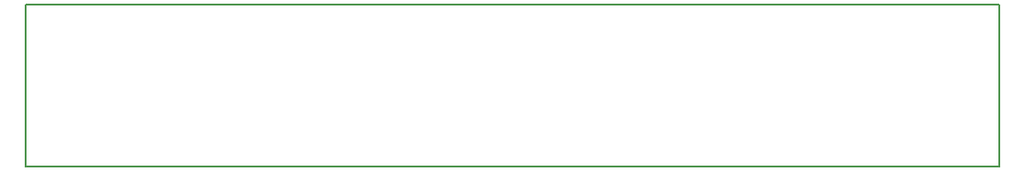
<source format=gbr>
%TF.GenerationSoftware,KiCad,Pcbnew,7.0.8*%
%TF.CreationDate,2023-10-19T00:44:21-05:00*%
%TF.ProjectId,PowerDistrubutionBoard,506f7765-7244-4697-9374-727562757469,rev?*%
%TF.SameCoordinates,Original*%
%TF.FileFunction,Profile,NP*%
%FSLAX46Y46*%
G04 Gerber Fmt 4.6, Leading zero omitted, Abs format (unit mm)*
G04 Created by KiCad (PCBNEW 7.0.8) date 2023-10-19 00:44:21*
%MOMM*%
%LPD*%
G01*
G04 APERTURE LIST*
%TA.AperFunction,Profile*%
%ADD10C,0.200000*%
%TD*%
G04 APERTURE END LIST*
D10*
X113800000Y-52000000D02*
X203800000Y-52000000D01*
X203800000Y-67000000D01*
X113800000Y-67000000D01*
X113800000Y-52000000D01*
M02*

</source>
